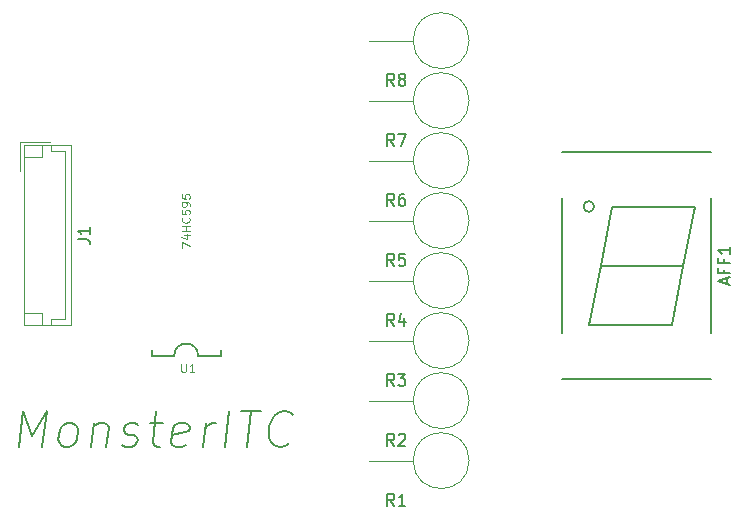
<source format=gbr>
G04 #@! TF.GenerationSoftware,KiCad,Pcbnew,(5.1.2)-2*
G04 #@! TF.CreationDate,2019-09-23T07:30:52-10:00*
G04 #@! TF.ProjectId,595N_7SEG,3539354e-5f37-4534-9547-2e6b69636164,rev?*
G04 #@! TF.SameCoordinates,Original*
G04 #@! TF.FileFunction,Legend,Top*
G04 #@! TF.FilePolarity,Positive*
%FSLAX46Y46*%
G04 Gerber Fmt 4.6, Leading zero omitted, Abs format (unit mm)*
G04 Created by KiCad (PCBNEW (5.1.2)-2) date 2019-09-23 07:30:52*
%MOMM*%
%LPD*%
G04 APERTURE LIST*
%ADD10C,0.150000*%
%ADD11C,0.120000*%
%ADD12C,0.152400*%
%ADD13C,0.127000*%
%ADD14C,0.050000*%
G04 APERTURE END LIST*
D10*
X95047276Y-104227142D02*
X95422276Y-101227142D01*
X96154419Y-103370000D01*
X97422276Y-101227142D01*
X97047276Y-104227142D01*
X98904419Y-104227142D02*
X98636562Y-104084285D01*
X98511562Y-103941428D01*
X98404419Y-103655714D01*
X98511562Y-102798571D01*
X98690133Y-102512857D01*
X98850848Y-102370000D01*
X99154419Y-102227142D01*
X99582991Y-102227142D01*
X99850848Y-102370000D01*
X99975848Y-102512857D01*
X100082991Y-102798571D01*
X99975848Y-103655714D01*
X99797276Y-103941428D01*
X99636562Y-104084285D01*
X99332991Y-104227142D01*
X98904419Y-104227142D01*
X101440133Y-102227142D02*
X101190133Y-104227142D01*
X101404419Y-102512857D02*
X101565133Y-102370000D01*
X101868705Y-102227142D01*
X102297276Y-102227142D01*
X102565133Y-102370000D01*
X102672276Y-102655714D01*
X102475848Y-104227142D01*
X103779419Y-104084285D02*
X104047276Y-104227142D01*
X104618705Y-104227142D01*
X104922276Y-104084285D01*
X105100848Y-103798571D01*
X105118705Y-103655714D01*
X105011562Y-103370000D01*
X104743705Y-103227142D01*
X104315133Y-103227142D01*
X104047276Y-103084285D01*
X103940133Y-102798571D01*
X103957991Y-102655714D01*
X104136562Y-102370000D01*
X104440133Y-102227142D01*
X104868705Y-102227142D01*
X105136562Y-102370000D01*
X106154419Y-102227142D02*
X107297276Y-102227142D01*
X106707991Y-101227142D02*
X106386562Y-103798571D01*
X106493705Y-104084285D01*
X106761562Y-104227142D01*
X107047276Y-104227142D01*
X109207991Y-104084285D02*
X108904419Y-104227142D01*
X108332991Y-104227142D01*
X108065133Y-104084285D01*
X107957991Y-103798571D01*
X108100848Y-102655714D01*
X108279419Y-102370000D01*
X108582991Y-102227142D01*
X109154419Y-102227142D01*
X109422276Y-102370000D01*
X109529419Y-102655714D01*
X109493705Y-102941428D01*
X108029419Y-103227142D01*
X110618705Y-104227142D02*
X110868705Y-102227142D01*
X110797276Y-102798571D02*
X110975848Y-102512857D01*
X111136562Y-102370000D01*
X111440133Y-102227142D01*
X111725848Y-102227142D01*
X112475848Y-104227142D02*
X112850848Y-101227142D01*
X113850848Y-101227142D02*
X115565133Y-101227142D01*
X114332991Y-104227142D02*
X114707991Y-101227142D01*
X117940133Y-103941428D02*
X117779419Y-104084285D01*
X117332991Y-104227142D01*
X117047276Y-104227142D01*
X116636562Y-104084285D01*
X116386562Y-103798571D01*
X116279419Y-103512857D01*
X116207991Y-102941428D01*
X116261562Y-102512857D01*
X116475848Y-101941428D01*
X116654419Y-101655714D01*
X116975848Y-101370000D01*
X117422276Y-101227142D01*
X117707991Y-101227142D01*
X118118705Y-101370000D01*
X118243705Y-101512857D01*
D11*
X133180000Y-85090000D02*
G75*
G03X133180000Y-85090000I-2370000J0D01*
G01*
X128440000Y-85090000D02*
X124690000Y-85090000D01*
D10*
X143767214Y-83900000D02*
G75*
G03X143767214Y-83900000I-447214J0D01*
G01*
X153620000Y-98500000D02*
X141020000Y-98500000D01*
X141020000Y-94600000D02*
X141020000Y-83200000D01*
X153620000Y-94600000D02*
X153620000Y-83200000D01*
X141020000Y-79300000D02*
X153620000Y-79300000D01*
X150320000Y-93900000D02*
X143320000Y-93900000D01*
X144320000Y-88900000D02*
X151320000Y-88900000D01*
X143320000Y-93900000D02*
X144320000Y-88900000D01*
X145320000Y-83900000D02*
X144320000Y-88900000D01*
X152320000Y-83900000D02*
X145320000Y-83900000D01*
X151320000Y-88900000D02*
X152320000Y-83900000D01*
X150320000Y-93900000D02*
X151320000Y-88900000D01*
D11*
X99500000Y-78710000D02*
X95480000Y-78710000D01*
X95480000Y-78710000D02*
X95480000Y-93930000D01*
X95480000Y-93930000D02*
X99500000Y-93930000D01*
X99500000Y-93930000D02*
X99500000Y-78710000D01*
X97790000Y-78710000D02*
X97790000Y-79210000D01*
X97790000Y-79210000D02*
X99000000Y-79210000D01*
X99000000Y-79210000D02*
X99000000Y-93430000D01*
X99000000Y-93430000D02*
X97790000Y-93430000D01*
X97790000Y-93430000D02*
X97790000Y-93930000D01*
X96980000Y-78710000D02*
X96980000Y-79710000D01*
X96980000Y-79710000D02*
X95480000Y-79710000D01*
X96980000Y-93930000D02*
X96980000Y-92930000D01*
X96980000Y-92930000D02*
X95480000Y-92930000D01*
X97680000Y-78410000D02*
X95180000Y-78410000D01*
X95180000Y-78410000D02*
X95180000Y-80910000D01*
X133180000Y-105410000D02*
G75*
G03X133180000Y-105410000I-2370000J0D01*
G01*
X128440000Y-105410000D02*
X124690000Y-105410000D01*
X128440000Y-100330000D02*
X124690000Y-100330000D01*
X133180000Y-100330000D02*
G75*
G03X133180000Y-100330000I-2370000J0D01*
G01*
X133180000Y-95250000D02*
G75*
G03X133180000Y-95250000I-2370000J0D01*
G01*
X128440000Y-95250000D02*
X124690000Y-95250000D01*
X128440000Y-90170000D02*
X124690000Y-90170000D01*
X133180000Y-90170000D02*
G75*
G03X133180000Y-90170000I-2370000J0D01*
G01*
X128440000Y-80010000D02*
X124690000Y-80010000D01*
X133180000Y-80010000D02*
G75*
G03X133180000Y-80010000I-2370000J0D01*
G01*
X133180000Y-74930000D02*
G75*
G03X133180000Y-74930000I-2370000J0D01*
G01*
X128440000Y-74930000D02*
X124690000Y-74930000D01*
X128440000Y-69850000D02*
X124690000Y-69850000D01*
X133180000Y-69850000D02*
G75*
G03X133180000Y-69850000I-2370000J0D01*
G01*
D12*
X106299000Y-96520000D02*
X108204000Y-96520000D01*
X112141000Y-96520000D02*
X110236000Y-96520000D01*
X108204000Y-96520000D02*
G75*
G02X110236000Y-96520000I1016000J0D01*
G01*
D13*
X106299000Y-96520000D02*
X106299000Y-96060000D01*
X112141000Y-96520000D02*
X112141000Y-96060000D01*
D10*
X126833333Y-88912380D02*
X126500000Y-88436190D01*
X126261904Y-88912380D02*
X126261904Y-87912380D01*
X126642857Y-87912380D01*
X126738095Y-87960000D01*
X126785714Y-88007619D01*
X126833333Y-88102857D01*
X126833333Y-88245714D01*
X126785714Y-88340952D01*
X126738095Y-88388571D01*
X126642857Y-88436190D01*
X126261904Y-88436190D01*
X127738095Y-87912380D02*
X127261904Y-87912380D01*
X127214285Y-88388571D01*
X127261904Y-88340952D01*
X127357142Y-88293333D01*
X127595238Y-88293333D01*
X127690476Y-88340952D01*
X127738095Y-88388571D01*
X127785714Y-88483809D01*
X127785714Y-88721904D01*
X127738095Y-88817142D01*
X127690476Y-88864761D01*
X127595238Y-88912380D01*
X127357142Y-88912380D01*
X127261904Y-88864761D01*
X127214285Y-88817142D01*
X154986666Y-90471428D02*
X154986666Y-89995238D01*
X155272380Y-90566666D02*
X154272380Y-90233333D01*
X155272380Y-89900000D01*
X154748571Y-89233333D02*
X154748571Y-89566666D01*
X155272380Y-89566666D02*
X154272380Y-89566666D01*
X154272380Y-89090476D01*
X154748571Y-88376190D02*
X154748571Y-88709523D01*
X155272380Y-88709523D02*
X154272380Y-88709523D01*
X154272380Y-88233333D01*
X155272380Y-87328571D02*
X155272380Y-87900000D01*
X155272380Y-87614285D02*
X154272380Y-87614285D01*
X154415238Y-87709523D01*
X154510476Y-87804761D01*
X154558095Y-87900000D01*
X100042380Y-86653333D02*
X100756666Y-86653333D01*
X100899523Y-86700952D01*
X100994761Y-86796190D01*
X101042380Y-86939047D01*
X101042380Y-87034285D01*
X101042380Y-85653333D02*
X101042380Y-86224761D01*
X101042380Y-85939047D02*
X100042380Y-85939047D01*
X100185238Y-86034285D01*
X100280476Y-86129523D01*
X100328095Y-86224761D01*
X126833333Y-109232380D02*
X126500000Y-108756190D01*
X126261904Y-109232380D02*
X126261904Y-108232380D01*
X126642857Y-108232380D01*
X126738095Y-108280000D01*
X126785714Y-108327619D01*
X126833333Y-108422857D01*
X126833333Y-108565714D01*
X126785714Y-108660952D01*
X126738095Y-108708571D01*
X126642857Y-108756190D01*
X126261904Y-108756190D01*
X127785714Y-109232380D02*
X127214285Y-109232380D01*
X127500000Y-109232380D02*
X127500000Y-108232380D01*
X127404761Y-108375238D01*
X127309523Y-108470476D01*
X127214285Y-108518095D01*
X126833333Y-104152380D02*
X126500000Y-103676190D01*
X126261904Y-104152380D02*
X126261904Y-103152380D01*
X126642857Y-103152380D01*
X126738095Y-103200000D01*
X126785714Y-103247619D01*
X126833333Y-103342857D01*
X126833333Y-103485714D01*
X126785714Y-103580952D01*
X126738095Y-103628571D01*
X126642857Y-103676190D01*
X126261904Y-103676190D01*
X127214285Y-103247619D02*
X127261904Y-103200000D01*
X127357142Y-103152380D01*
X127595238Y-103152380D01*
X127690476Y-103200000D01*
X127738095Y-103247619D01*
X127785714Y-103342857D01*
X127785714Y-103438095D01*
X127738095Y-103580952D01*
X127166666Y-104152380D01*
X127785714Y-104152380D01*
X126833333Y-99072380D02*
X126500000Y-98596190D01*
X126261904Y-99072380D02*
X126261904Y-98072380D01*
X126642857Y-98072380D01*
X126738095Y-98120000D01*
X126785714Y-98167619D01*
X126833333Y-98262857D01*
X126833333Y-98405714D01*
X126785714Y-98500952D01*
X126738095Y-98548571D01*
X126642857Y-98596190D01*
X126261904Y-98596190D01*
X127166666Y-98072380D02*
X127785714Y-98072380D01*
X127452380Y-98453333D01*
X127595238Y-98453333D01*
X127690476Y-98500952D01*
X127738095Y-98548571D01*
X127785714Y-98643809D01*
X127785714Y-98881904D01*
X127738095Y-98977142D01*
X127690476Y-99024761D01*
X127595238Y-99072380D01*
X127309523Y-99072380D01*
X127214285Y-99024761D01*
X127166666Y-98977142D01*
X126833333Y-93992380D02*
X126500000Y-93516190D01*
X126261904Y-93992380D02*
X126261904Y-92992380D01*
X126642857Y-92992380D01*
X126738095Y-93040000D01*
X126785714Y-93087619D01*
X126833333Y-93182857D01*
X126833333Y-93325714D01*
X126785714Y-93420952D01*
X126738095Y-93468571D01*
X126642857Y-93516190D01*
X126261904Y-93516190D01*
X127690476Y-93325714D02*
X127690476Y-93992380D01*
X127452380Y-92944761D02*
X127214285Y-93659047D01*
X127833333Y-93659047D01*
X126833333Y-83832380D02*
X126500000Y-83356190D01*
X126261904Y-83832380D02*
X126261904Y-82832380D01*
X126642857Y-82832380D01*
X126738095Y-82880000D01*
X126785714Y-82927619D01*
X126833333Y-83022857D01*
X126833333Y-83165714D01*
X126785714Y-83260952D01*
X126738095Y-83308571D01*
X126642857Y-83356190D01*
X126261904Y-83356190D01*
X127690476Y-82832380D02*
X127500000Y-82832380D01*
X127404761Y-82880000D01*
X127357142Y-82927619D01*
X127261904Y-83070476D01*
X127214285Y-83260952D01*
X127214285Y-83641904D01*
X127261904Y-83737142D01*
X127309523Y-83784761D01*
X127404761Y-83832380D01*
X127595238Y-83832380D01*
X127690476Y-83784761D01*
X127738095Y-83737142D01*
X127785714Y-83641904D01*
X127785714Y-83403809D01*
X127738095Y-83308571D01*
X127690476Y-83260952D01*
X127595238Y-83213333D01*
X127404761Y-83213333D01*
X127309523Y-83260952D01*
X127261904Y-83308571D01*
X127214285Y-83403809D01*
X126833333Y-78752380D02*
X126500000Y-78276190D01*
X126261904Y-78752380D02*
X126261904Y-77752380D01*
X126642857Y-77752380D01*
X126738095Y-77800000D01*
X126785714Y-77847619D01*
X126833333Y-77942857D01*
X126833333Y-78085714D01*
X126785714Y-78180952D01*
X126738095Y-78228571D01*
X126642857Y-78276190D01*
X126261904Y-78276190D01*
X127166666Y-77752380D02*
X127833333Y-77752380D01*
X127404761Y-78752380D01*
X126833333Y-73672380D02*
X126500000Y-73196190D01*
X126261904Y-73672380D02*
X126261904Y-72672380D01*
X126642857Y-72672380D01*
X126738095Y-72720000D01*
X126785714Y-72767619D01*
X126833333Y-72862857D01*
X126833333Y-73005714D01*
X126785714Y-73100952D01*
X126738095Y-73148571D01*
X126642857Y-73196190D01*
X126261904Y-73196190D01*
X127404761Y-73100952D02*
X127309523Y-73053333D01*
X127261904Y-73005714D01*
X127214285Y-72910476D01*
X127214285Y-72862857D01*
X127261904Y-72767619D01*
X127309523Y-72720000D01*
X127404761Y-72672380D01*
X127595238Y-72672380D01*
X127690476Y-72720000D01*
X127738095Y-72767619D01*
X127785714Y-72862857D01*
X127785714Y-72910476D01*
X127738095Y-73005714D01*
X127690476Y-73053333D01*
X127595238Y-73100952D01*
X127404761Y-73100952D01*
X127309523Y-73148571D01*
X127261904Y-73196190D01*
X127214285Y-73291428D01*
X127214285Y-73481904D01*
X127261904Y-73577142D01*
X127309523Y-73624761D01*
X127404761Y-73672380D01*
X127595238Y-73672380D01*
X127690476Y-73624761D01*
X127738095Y-73577142D01*
X127785714Y-73481904D01*
X127785714Y-73291428D01*
X127738095Y-73196190D01*
X127690476Y-73148571D01*
X127595238Y-73100952D01*
D14*
X108813539Y-97219546D02*
X108813539Y-97786390D01*
X108846882Y-97853078D01*
X108880226Y-97886422D01*
X108946914Y-97919766D01*
X109080289Y-97919766D01*
X109146977Y-97886422D01*
X109180320Y-97853078D01*
X109213664Y-97786390D01*
X109213664Y-97219546D01*
X109913884Y-97919766D02*
X109513759Y-97919766D01*
X109713821Y-97919766D02*
X109713821Y-97219546D01*
X109647134Y-97319577D01*
X109580446Y-97386265D01*
X109513759Y-97419609D01*
X108836426Y-87374765D02*
X108836426Y-86907805D01*
X109536865Y-87207994D01*
X109069905Y-86340783D02*
X109536865Y-86340783D01*
X108803072Y-86507555D02*
X109303385Y-86674326D01*
X109303385Y-86240721D01*
X109536865Y-85973887D02*
X108836426Y-85973887D01*
X109169968Y-85973887D02*
X109169968Y-85573636D01*
X109536865Y-85573636D02*
X108836426Y-85573636D01*
X109470156Y-84839843D02*
X109503511Y-84873197D01*
X109536865Y-84973260D01*
X109536865Y-85039968D01*
X109503511Y-85140031D01*
X109436802Y-85206739D01*
X109370094Y-85240094D01*
X109236677Y-85273448D01*
X109136614Y-85273448D01*
X109003197Y-85240094D01*
X108936488Y-85206739D01*
X108869780Y-85140031D01*
X108836426Y-85039968D01*
X108836426Y-84973260D01*
X108869780Y-84873197D01*
X108903134Y-84839843D01*
X108836426Y-84206112D02*
X108836426Y-84539655D01*
X109169968Y-84573009D01*
X109136614Y-84539655D01*
X109103260Y-84472946D01*
X109103260Y-84306175D01*
X109136614Y-84239466D01*
X109169968Y-84206112D01*
X109236677Y-84172758D01*
X109403448Y-84172758D01*
X109470156Y-84206112D01*
X109503511Y-84239466D01*
X109536865Y-84306175D01*
X109536865Y-84472946D01*
X109503511Y-84539655D01*
X109470156Y-84573009D01*
X109536865Y-83839216D02*
X109536865Y-83705799D01*
X109503511Y-83639090D01*
X109470156Y-83605736D01*
X109370094Y-83539027D01*
X109236677Y-83505673D01*
X108969843Y-83505673D01*
X108903134Y-83539027D01*
X108869780Y-83572382D01*
X108836426Y-83639090D01*
X108836426Y-83772507D01*
X108869780Y-83839216D01*
X108903134Y-83872570D01*
X108969843Y-83905924D01*
X109136614Y-83905924D01*
X109203322Y-83872570D01*
X109236677Y-83839216D01*
X109270031Y-83772507D01*
X109270031Y-83639090D01*
X109236677Y-83572382D01*
X109203322Y-83539027D01*
X109136614Y-83505673D01*
X108836426Y-82871943D02*
X108836426Y-83205485D01*
X109169968Y-83238839D01*
X109136614Y-83205485D01*
X109103260Y-83138777D01*
X109103260Y-82972005D01*
X109136614Y-82905297D01*
X109169968Y-82871943D01*
X109236677Y-82838588D01*
X109403448Y-82838588D01*
X109470156Y-82871943D01*
X109503511Y-82905297D01*
X109536865Y-82972005D01*
X109536865Y-83138777D01*
X109503511Y-83205485D01*
X109470156Y-83238839D01*
M02*

</source>
